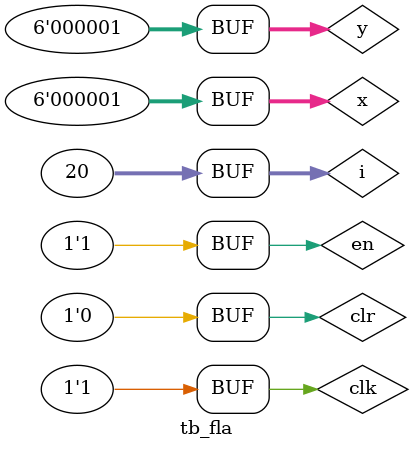
<source format=v>
`timescale 1ns / 1ps


module tb_fla();
reg clk,clr,en;
reg [5:0]x;
reg [5:0]y;
wire [15:0]r;
integer i;

fla DUT2(clk,x,y,clr,en,r);

initial
begin
en=1;
clr=1;
x=6'b000001;
y=6'b000001;
    for(i=0;i<20;i=i+1)
    begin
    if(i==1) clr=0;
    clk=0;
    #10;
    clk=1;
    #10;
    end
end

endmodule

</source>
